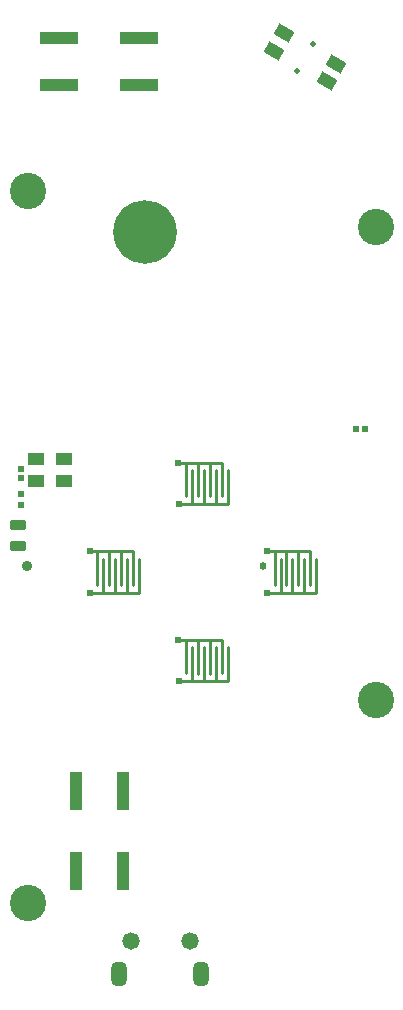
<source format=gbs>
%FSTAX23Y23*%
%MOIN*%
%SFA1B1*%

%IPPOS*%
%AMD49*
4,1,8,0.008300,0.010200,-0.008300,0.010200,-0.011200,0.007300,-0.011200,-0.007300,-0.008300,-0.010200,0.008300,-0.010200,0.011200,-0.007300,0.011200,0.007300,0.008300,0.010200,0.0*
1,1,0.005800,0.008300,0.007300*
1,1,0.005800,-0.008300,0.007300*
1,1,0.005800,-0.008300,-0.007300*
1,1,0.005800,0.008300,-0.007300*
%
%AMD73*
4,1,4,-0.035100,-0.003000,0.015000,-0.031900,0.035100,0.003000,-0.015000,0.031900,-0.035100,-0.003000,0.0*
%
%AMD75*
4,1,8,-0.027600,0.017600,-0.027600,-0.017600,-0.003800,-0.041400,0.003800,-0.041400,0.027600,-0.017600,0.027600,0.017600,0.003800,0.041400,-0.003800,0.041400,-0.027600,0.017600,0.0*
1,1,0.047600,-0.003800,0.017600*
1,1,0.047600,-0.003800,-0.017600*
1,1,0.047600,0.003800,-0.017600*
1,1,0.047600,0.003800,0.017600*
%
%AMD103*
4,1,8,-0.021900,-0.015300,0.021900,-0.015300,0.026000,-0.011200,0.026000,0.011200,0.021900,0.015300,-0.021900,0.015300,-0.026000,0.011200,-0.026000,-0.011200,-0.021900,-0.015300,0.0*
1,1,0.008200,-0.021900,-0.011200*
1,1,0.008200,0.021900,-0.011200*
1,1,0.008200,0.021900,0.011200*
1,1,0.008200,-0.021900,0.011200*
%
%ADD10C,0.009800*%
G04~CAMADD=49~8~0.0~0.0~224.0~205.0~29.0~0.0~15~0.0~0.0~0.0~0.0~0~0.0~0.0~0.0~0.0~0~0.0~0.0~0.0~0.0~224.0~205.0*
%ADD49D49*%
%ADD54R,0.023600X0.022000*%
%ADD62R,0.022000X0.023600*%
G04~CAMADD=73~9~0.0~0.0~579.0~402.0~0.0~0.0~0~0.0~0.0~0.0~0.0~0~0.0~0.0~0.0~0.0~0~0.0~0.0~0.0~150.0~702.0~637.0*
%ADD73D73*%
%ADD74C,0.057900*%
G04~CAMADD=75~8~0.0~0.0~828.0~552.0~238.0~0.0~15~0.0~0.0~0.0~0.0~0~0.0~0.0~0.0~0.0~0~0.0~0.0~0.0~90.0~552.0~828.0*
%ADD75D75*%
%ADD76C,0.018700*%
%ADD77C,0.034500*%
%ADD78C,0.024600*%
%ADD79C,0.211700*%
%ADD80C,0.121100*%
%ADD102R,0.052000X0.044100*%
G04~CAMADD=103~8~0.0~0.0~520.0~307.0~41.0~0.0~15~0.0~0.0~0.0~0.0~0~0.0~0.0~0.0~0.0~0~0.0~0.0~0.0~180.0~520.0~306.0*
%ADD103D103*%
%ADD104R,0.020500X0.020500*%
%ADD105R,0.040200X0.126800*%
%ADD106R,0.126800X0.040200*%
%LNright_board-1*%
%LPD*%
G54D10*
X03166Y0279D02*
X03176D01*
X03137D02*
X03166D01*
X0313D02*
X03137D01*
X03097D02*
X0313D01*
X03176D02*
X03216D01*
X03063D02*
X03097D01*
X02756Y02632D02*
X02782D01*
Y0252D02*
Y02632D01*
X03156Y02927D02*
X03196D01*
X03117D02*
X03156D01*
X03078D02*
X03117D01*
X03051D02*
X03078D01*
X02901Y02631D02*
Y02632D01*
Y0252D02*
Y02631D01*
X02894Y02632D02*
X02901D01*
X02861D02*
X02894D01*
X02822D02*
X02861D01*
X02782D02*
X02822D01*
X03156Y02337D02*
X03196D01*
X03117D02*
X03156D01*
X03078D02*
X03117D01*
X03053D02*
X03078D01*
X03051D02*
X03053D01*
X03511Y02494D02*
Y02606D01*
X03346Y02632D02*
X03491D01*
Y0252D02*
Y02632D01*
X03358Y02494D02*
X03511D01*
X03471D02*
Y02606D01*
X03432Y02494D02*
Y02606D01*
X03393Y02494D02*
Y02606D01*
X03373Y0252D02*
Y02632D01*
X03412Y0252D02*
Y02632D01*
X03452Y0252D02*
Y02632D01*
X02861Y0252D02*
Y02632D01*
X02822Y0252D02*
Y02632D01*
X02802Y02494D02*
Y02606D01*
X02842Y02494D02*
Y02606D01*
X02881Y02494D02*
Y02606D01*
X02768Y02494D02*
X0292D01*
Y02606*
X03156Y02224D02*
Y02337D01*
X03117Y02224D02*
Y02337D01*
X03078Y02225D02*
Y02337D01*
X03097Y02199D02*
Y02311D01*
X03137Y02199D02*
Y02311D01*
X03176Y02199D02*
Y02311D01*
X03063Y02199D02*
X03216D01*
X03196Y02225D02*
Y02337D01*
X03216Y02199D02*
Y02311D01*
X03156Y02815D02*
Y02927D01*
X03117Y02815D02*
Y02927D01*
X03078Y02815D02*
Y02927D01*
X03097Y0279D02*
Y02902D01*
X03137Y0279D02*
Y02902D01*
X03176Y0279D02*
Y02902D01*
X03196Y02815D02*
Y02927D01*
X03216Y0279D02*
Y02902D01*
G54D49*
X02527Y02787D03*
Y02822D03*
G54D54*
X03674Y03038D03*
X03644D03*
G54D62*
X02527Y02875D03*
Y02906D03*
G54D73*
X03579Y04256D03*
X03546Y04198D03*
X03404Y04358D03*
X0337Y043D03*
G54D74*
X02893Y01331D03*
X0309D03*
G54D75*
X02854Y01224D03*
X03129D03*
G54D76*
X03502Y04324D03*
X03448Y04232D03*
G54D77*
X02546Y02584D03*
G54D78*
X03334Y02584D03*
G54D79*
X0294Y03696D03*
G54D80*
X0255Y0146D03*
X0371Y02137D03*
Y03712D03*
X0255Y03833D03*
G54D102*
X02579Y02865D03*
X0267D03*
Y0294D03*
X02579D03*
G54D103*
X02518Y02719D03*
Y02649D03*
G54D104*
X03348Y02494D03*
X03346Y02632D03*
X02756D03*
X02758Y02494D03*
X03051Y02337D03*
X03053Y02199D03*
X03051Y02927D03*
X03053Y0279D03*
G54D105*
X02867Y01565D03*
X0271D03*
Y01833D03*
X02867D03*
G54D106*
X02655Y04343D03*
Y04185D03*
X02922D03*
Y04343D03*
M02*
</source>
